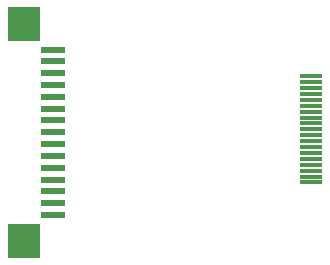
<source format=gbr>
%TF.GenerationSoftware,KiCad,Pcbnew,8.0.2*%
%TF.CreationDate,2024-06-01T15:43:35+01:00*%
%TF.ProjectId,hdmi-csi,68646d69-2d63-4736-992e-6b696361645f,rev?*%
%TF.SameCoordinates,Original*%
%TF.FileFunction,Paste,Top*%
%TF.FilePolarity,Positive*%
%FSLAX46Y46*%
G04 Gerber Fmt 4.6, Leading zero omitted, Abs format (unit mm)*
G04 Created by KiCad (PCBNEW 8.0.2) date 2024-06-01 15:43:35*
%MOMM*%
%LPD*%
G01*
G04 APERTURE LIST*
%ADD10R,2.800000X3.000000*%
%ADD11R,2.000000X0.600000*%
%ADD12R,1.900000X0.300000*%
G04 APERTURE END LIST*
D10*
%TO.C,FPC1*%
X154770000Y-59800000D03*
X154770000Y-78200000D03*
D11*
X157230000Y-76000000D03*
X157230000Y-75000000D03*
X157230000Y-74000000D03*
X157230000Y-73000000D03*
X157230000Y-72000000D03*
X157230000Y-71000000D03*
X157230000Y-70000000D03*
X157230000Y-69000000D03*
X157230000Y-68000000D03*
X157230000Y-67000000D03*
X157230000Y-66000000D03*
X157230000Y-65000000D03*
X157230000Y-64000000D03*
X157230000Y-63000000D03*
X157230000Y-62000000D03*
%TD*%
D12*
%TO.C,CN1*%
X179050000Y-64250000D03*
X179050000Y-64750000D03*
X179050000Y-65250000D03*
X179050000Y-65750000D03*
X179050000Y-66250000D03*
X179050000Y-66750000D03*
X179050000Y-67250000D03*
X179050000Y-67750000D03*
X179050000Y-68250000D03*
X179050000Y-68750000D03*
X179050000Y-69250000D03*
X179050000Y-69750000D03*
X179050000Y-70250000D03*
X179050000Y-70750000D03*
X179050000Y-71250000D03*
X179050000Y-71750000D03*
X179050000Y-72250000D03*
X179050000Y-72750000D03*
X179050000Y-73250000D03*
%TD*%
M02*

</source>
